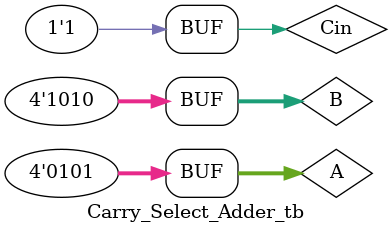
<source format=v>
module FA_4_bit(output Cout, output [3:0] S, input [3:0] A, input [3:0] B, input Cin );

assign {Cout, S} = A + B + Cin;

endmodule

module Mux_2x1(output Y,input A,B,S);

assign Y = S ? B : A ;

endmodule

module Carry_Select_Adder(output Cout, output [3:0] S, input [3:0] A, input [3:0] B, input Cin);

wire [3:0] FA_S1;
wire [3:0] FA_S2;
wire Cout1,Cout2;

FA_4_bit FA1(Cout1, FA_S1, A, B, 1'b0);
FA_4_bit FA2(Cout2, FA_S2, A, B, 1'b1);

Mux_2x1 Sum0(S[0], FA_S1[0], FA_S2[0], Cin);
Mux_2x1 Sum1(S[1], FA_S1[1], FA_S2[1], Cin);
Mux_2x1 Sum2(S[2], FA_S1[2], FA_S2[2], Cin);
Mux_2x1 Sum3(S[3], FA_S1[3], FA_S2[3], Cin);

Mux_2x1 Cout_Final(Cout, Cout1, Cout2, Cin);


endmodule


module Carry_Select_Adder_tb();
reg [3:0] A;
reg [3:0] B;
reg Cin;
wire Cout;
wire [3:0] S;


Carry_Select_Adder DUT(Cout,S,A,B,Cin); 



initial
begin

$monitor("T = %0t, Cout = %b, S = %b, A = %b, B = %b, Cin = %b",$time, Cout, S, A, B, Cin);

A = 4'b0001; B = 4'b0110; Cin = 0; #10;
A = 4'b0001; B = 4'b0110; Cin = 1; #10;

A = 4'b0010; B = 4'b1100; Cin = 0; #10;
A = 4'b0010; B = 4'b1100; Cin = 1; #10;

A = 4'b0101; B = 4'b1010; Cin = 0; #10;
A = 4'b0101; B = 4'b1010; Cin = 1; #10;

A = 4'h5; B = 4'hA; Cin = 0; #10;
A = 4'h5; B = 4'hA; Cin = 1; #10;




end
endmodule






</source>
